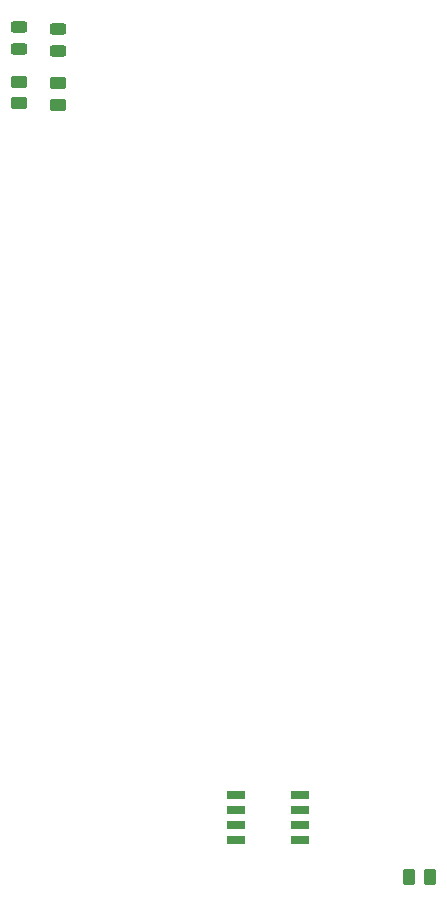
<source format=gbr>
%TF.GenerationSoftware,KiCad,Pcbnew,(6.0.10)*%
%TF.CreationDate,2023-04-10T11:13:11-05:00*%
%TF.ProjectId,lowerArm,6c6f7765-7241-4726-9d2e-6b696361645f,rev?*%
%TF.SameCoordinates,Original*%
%TF.FileFunction,Paste,Top*%
%TF.FilePolarity,Positive*%
%FSLAX46Y46*%
G04 Gerber Fmt 4.6, Leading zero omitted, Abs format (unit mm)*
G04 Created by KiCad (PCBNEW (6.0.10)) date 2023-04-10 11:13:11*
%MOMM*%
%LPD*%
G01*
G04 APERTURE LIST*
G04 Aperture macros list*
%AMRoundRect*
0 Rectangle with rounded corners*
0 $1 Rounding radius*
0 $2 $3 $4 $5 $6 $7 $8 $9 X,Y pos of 4 corners*
0 Add a 4 corners polygon primitive as box body*
4,1,4,$2,$3,$4,$5,$6,$7,$8,$9,$2,$3,0*
0 Add four circle primitives for the rounded corners*
1,1,$1+$1,$2,$3*
1,1,$1+$1,$4,$5*
1,1,$1+$1,$6,$7*
1,1,$1+$1,$8,$9*
0 Add four rect primitives between the rounded corners*
20,1,$1+$1,$2,$3,$4,$5,0*
20,1,$1+$1,$4,$5,$6,$7,0*
20,1,$1+$1,$6,$7,$8,$9,0*
20,1,$1+$1,$8,$9,$2,$3,0*%
G04 Aperture macros list end*
%ADD10R,1.525000X0.650000*%
%ADD11RoundRect,0.243750X0.456250X-0.243750X0.456250X0.243750X-0.456250X0.243750X-0.456250X-0.243750X0*%
%ADD12RoundRect,0.250000X-0.450000X0.262500X-0.450000X-0.262500X0.450000X-0.262500X0.450000X0.262500X0*%
%ADD13RoundRect,0.250000X-0.262500X-0.450000X0.262500X-0.450000X0.262500X0.450000X-0.262500X0.450000X0*%
G04 APERTURE END LIST*
D10*
%TO.C,U2*%
X143338000Y-120523000D03*
X143338000Y-121793000D03*
X143338000Y-123063000D03*
X143338000Y-124333000D03*
X148762000Y-124333000D03*
X148762000Y-123063000D03*
X148762000Y-121793000D03*
X148762000Y-120523000D03*
%TD*%
D11*
%TO.C,CAN*%
X128270000Y-57570500D03*
X128270000Y-55695500D03*
%TD*%
D12*
%TO.C,R3*%
X124968000Y-60154500D03*
X124968000Y-61979500D03*
%TD*%
D13*
%TO.C,R3*%
X157964500Y-127508000D03*
X159789500Y-127508000D03*
%TD*%
D12*
%TO.C,R3*%
X128270000Y-60292500D03*
X128270000Y-62117500D03*
%TD*%
D11*
%TO.C,REF\u002A\u002A*%
X124968000Y-57432500D03*
X124968000Y-55557500D03*
%TD*%
M02*

</source>
